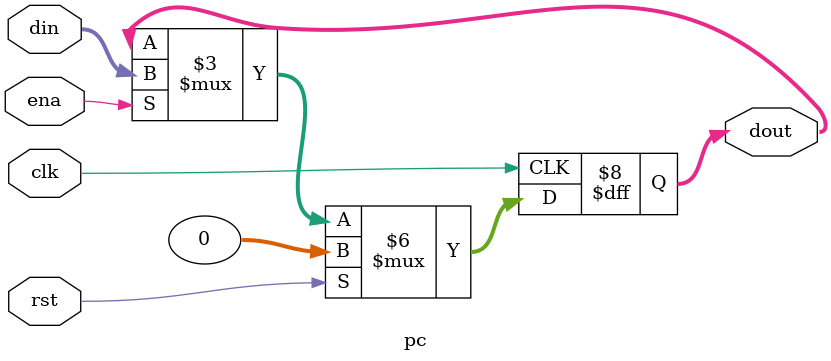
<source format=v>
`timescale 1ns/1ps
module pc (
    input wire clk,rst,ena,
    input wire[31:0]din,
    output reg[31:0]dout
);
    initial begin
        dout <= 32'b0;
    end
    always @(posedge clk) begin
        if(rst) dout <= 32'b0;
        else if(ena) dout <= din;
    end
endmodule
</source>
